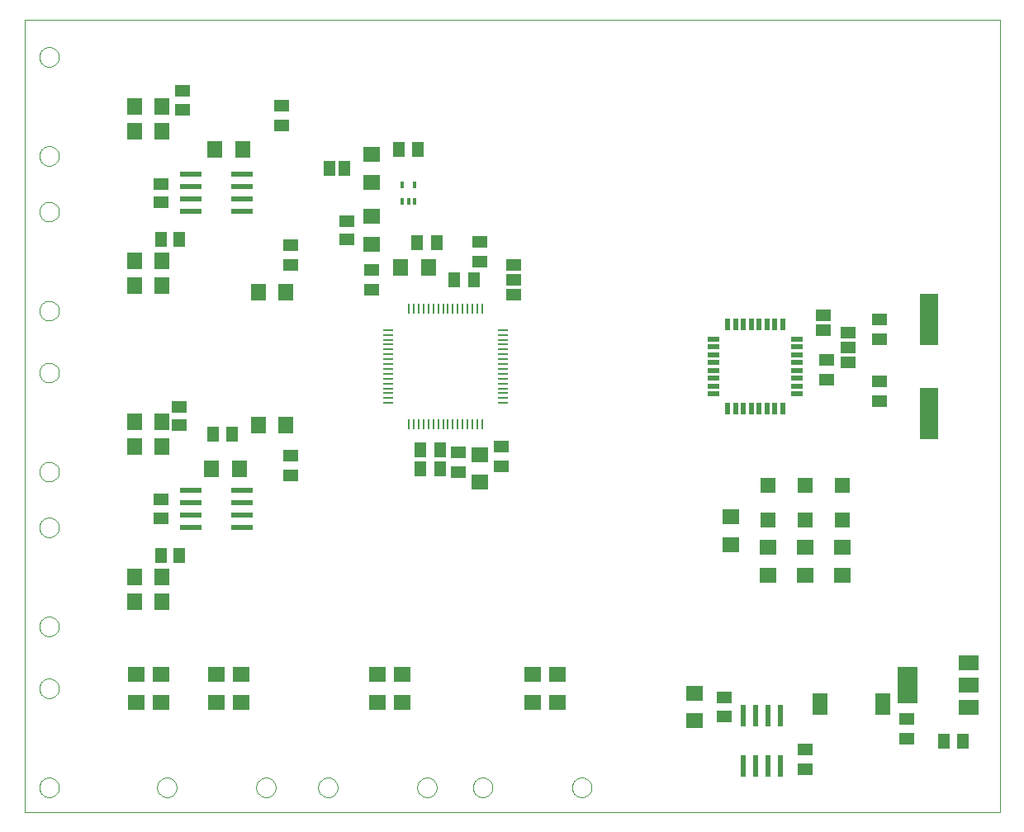
<source format=gtp>
G75*
G70*
%OFA0B0*%
%FSLAX24Y24*%
%IPPOS*%
%LPD*%
%AMOC8*
5,1,8,0,0,1.08239X$1,22.5*
%
%ADD10C,0.0000*%
%ADD11R,0.0394X0.0087*%
%ADD12R,0.0087X0.0394*%
%ADD13R,0.0512X0.0630*%
%ADD14R,0.0709X0.0630*%
%ADD15R,0.0630X0.0512*%
%ADD16R,0.0630X0.0710*%
%ADD17R,0.0236X0.0866*%
%ADD18R,0.0787X0.0591*%
%ADD19R,0.0787X0.1496*%
%ADD20R,0.0138X0.0315*%
%ADD21R,0.0710X0.0630*%
%ADD22R,0.0512X0.0591*%
%ADD23R,0.0500X0.0220*%
%ADD24R,0.0220X0.0500*%
%ADD25R,0.0760X0.2100*%
%ADD26R,0.0630X0.0460*%
%ADD27R,0.0591X0.0591*%
%ADD28R,0.0630X0.0866*%
%ADD29R,0.0591X0.0512*%
%ADD30R,0.0866X0.0236*%
%ADD31R,0.0460X0.0630*%
D10*
X010361Y010361D02*
X010361Y042357D01*
X049731Y042357D01*
X049731Y010361D01*
X010361Y010361D01*
X010967Y011361D02*
X010969Y011400D01*
X010975Y011439D01*
X010985Y011477D01*
X010998Y011514D01*
X011015Y011549D01*
X011035Y011583D01*
X011059Y011614D01*
X011086Y011643D01*
X011115Y011669D01*
X011147Y011692D01*
X011181Y011712D01*
X011217Y011728D01*
X011254Y011740D01*
X011293Y011749D01*
X011332Y011754D01*
X011371Y011755D01*
X011410Y011752D01*
X011449Y011745D01*
X011486Y011734D01*
X011523Y011720D01*
X011558Y011702D01*
X011591Y011681D01*
X011622Y011656D01*
X011650Y011629D01*
X011675Y011599D01*
X011697Y011566D01*
X011716Y011532D01*
X011731Y011496D01*
X011743Y011458D01*
X011751Y011420D01*
X011755Y011381D01*
X011755Y011341D01*
X011751Y011302D01*
X011743Y011264D01*
X011731Y011226D01*
X011716Y011190D01*
X011697Y011156D01*
X011675Y011123D01*
X011650Y011093D01*
X011622Y011066D01*
X011591Y011041D01*
X011558Y011020D01*
X011523Y011002D01*
X011486Y010988D01*
X011449Y010977D01*
X011410Y010970D01*
X011371Y010967D01*
X011332Y010968D01*
X011293Y010973D01*
X011254Y010982D01*
X011217Y010994D01*
X011181Y011010D01*
X011147Y011030D01*
X011115Y011053D01*
X011086Y011079D01*
X011059Y011108D01*
X011035Y011139D01*
X011015Y011173D01*
X010998Y011208D01*
X010985Y011245D01*
X010975Y011283D01*
X010969Y011322D01*
X010967Y011361D01*
X010967Y015361D02*
X010969Y015400D01*
X010975Y015439D01*
X010985Y015477D01*
X010998Y015514D01*
X011015Y015549D01*
X011035Y015583D01*
X011059Y015614D01*
X011086Y015643D01*
X011115Y015669D01*
X011147Y015692D01*
X011181Y015712D01*
X011217Y015728D01*
X011254Y015740D01*
X011293Y015749D01*
X011332Y015754D01*
X011371Y015755D01*
X011410Y015752D01*
X011449Y015745D01*
X011486Y015734D01*
X011523Y015720D01*
X011558Y015702D01*
X011591Y015681D01*
X011622Y015656D01*
X011650Y015629D01*
X011675Y015599D01*
X011697Y015566D01*
X011716Y015532D01*
X011731Y015496D01*
X011743Y015458D01*
X011751Y015420D01*
X011755Y015381D01*
X011755Y015341D01*
X011751Y015302D01*
X011743Y015264D01*
X011731Y015226D01*
X011716Y015190D01*
X011697Y015156D01*
X011675Y015123D01*
X011650Y015093D01*
X011622Y015066D01*
X011591Y015041D01*
X011558Y015020D01*
X011523Y015002D01*
X011486Y014988D01*
X011449Y014977D01*
X011410Y014970D01*
X011371Y014967D01*
X011332Y014968D01*
X011293Y014973D01*
X011254Y014982D01*
X011217Y014994D01*
X011181Y015010D01*
X011147Y015030D01*
X011115Y015053D01*
X011086Y015079D01*
X011059Y015108D01*
X011035Y015139D01*
X011015Y015173D01*
X010998Y015208D01*
X010985Y015245D01*
X010975Y015283D01*
X010969Y015322D01*
X010967Y015361D01*
X010967Y017861D02*
X010969Y017900D01*
X010975Y017939D01*
X010985Y017977D01*
X010998Y018014D01*
X011015Y018049D01*
X011035Y018083D01*
X011059Y018114D01*
X011086Y018143D01*
X011115Y018169D01*
X011147Y018192D01*
X011181Y018212D01*
X011217Y018228D01*
X011254Y018240D01*
X011293Y018249D01*
X011332Y018254D01*
X011371Y018255D01*
X011410Y018252D01*
X011449Y018245D01*
X011486Y018234D01*
X011523Y018220D01*
X011558Y018202D01*
X011591Y018181D01*
X011622Y018156D01*
X011650Y018129D01*
X011675Y018099D01*
X011697Y018066D01*
X011716Y018032D01*
X011731Y017996D01*
X011743Y017958D01*
X011751Y017920D01*
X011755Y017881D01*
X011755Y017841D01*
X011751Y017802D01*
X011743Y017764D01*
X011731Y017726D01*
X011716Y017690D01*
X011697Y017656D01*
X011675Y017623D01*
X011650Y017593D01*
X011622Y017566D01*
X011591Y017541D01*
X011558Y017520D01*
X011523Y017502D01*
X011486Y017488D01*
X011449Y017477D01*
X011410Y017470D01*
X011371Y017467D01*
X011332Y017468D01*
X011293Y017473D01*
X011254Y017482D01*
X011217Y017494D01*
X011181Y017510D01*
X011147Y017530D01*
X011115Y017553D01*
X011086Y017579D01*
X011059Y017608D01*
X011035Y017639D01*
X011015Y017673D01*
X010998Y017708D01*
X010985Y017745D01*
X010975Y017783D01*
X010969Y017822D01*
X010967Y017861D01*
X010967Y021861D02*
X010969Y021900D01*
X010975Y021939D01*
X010985Y021977D01*
X010998Y022014D01*
X011015Y022049D01*
X011035Y022083D01*
X011059Y022114D01*
X011086Y022143D01*
X011115Y022169D01*
X011147Y022192D01*
X011181Y022212D01*
X011217Y022228D01*
X011254Y022240D01*
X011293Y022249D01*
X011332Y022254D01*
X011371Y022255D01*
X011410Y022252D01*
X011449Y022245D01*
X011486Y022234D01*
X011523Y022220D01*
X011558Y022202D01*
X011591Y022181D01*
X011622Y022156D01*
X011650Y022129D01*
X011675Y022099D01*
X011697Y022066D01*
X011716Y022032D01*
X011731Y021996D01*
X011743Y021958D01*
X011751Y021920D01*
X011755Y021881D01*
X011755Y021841D01*
X011751Y021802D01*
X011743Y021764D01*
X011731Y021726D01*
X011716Y021690D01*
X011697Y021656D01*
X011675Y021623D01*
X011650Y021593D01*
X011622Y021566D01*
X011591Y021541D01*
X011558Y021520D01*
X011523Y021502D01*
X011486Y021488D01*
X011449Y021477D01*
X011410Y021470D01*
X011371Y021467D01*
X011332Y021468D01*
X011293Y021473D01*
X011254Y021482D01*
X011217Y021494D01*
X011181Y021510D01*
X011147Y021530D01*
X011115Y021553D01*
X011086Y021579D01*
X011059Y021608D01*
X011035Y021639D01*
X011015Y021673D01*
X010998Y021708D01*
X010985Y021745D01*
X010975Y021783D01*
X010969Y021822D01*
X010967Y021861D01*
X010967Y024111D02*
X010969Y024150D01*
X010975Y024189D01*
X010985Y024227D01*
X010998Y024264D01*
X011015Y024299D01*
X011035Y024333D01*
X011059Y024364D01*
X011086Y024393D01*
X011115Y024419D01*
X011147Y024442D01*
X011181Y024462D01*
X011217Y024478D01*
X011254Y024490D01*
X011293Y024499D01*
X011332Y024504D01*
X011371Y024505D01*
X011410Y024502D01*
X011449Y024495D01*
X011486Y024484D01*
X011523Y024470D01*
X011558Y024452D01*
X011591Y024431D01*
X011622Y024406D01*
X011650Y024379D01*
X011675Y024349D01*
X011697Y024316D01*
X011716Y024282D01*
X011731Y024246D01*
X011743Y024208D01*
X011751Y024170D01*
X011755Y024131D01*
X011755Y024091D01*
X011751Y024052D01*
X011743Y024014D01*
X011731Y023976D01*
X011716Y023940D01*
X011697Y023906D01*
X011675Y023873D01*
X011650Y023843D01*
X011622Y023816D01*
X011591Y023791D01*
X011558Y023770D01*
X011523Y023752D01*
X011486Y023738D01*
X011449Y023727D01*
X011410Y023720D01*
X011371Y023717D01*
X011332Y023718D01*
X011293Y023723D01*
X011254Y023732D01*
X011217Y023744D01*
X011181Y023760D01*
X011147Y023780D01*
X011115Y023803D01*
X011086Y023829D01*
X011059Y023858D01*
X011035Y023889D01*
X011015Y023923D01*
X010998Y023958D01*
X010985Y023995D01*
X010975Y024033D01*
X010969Y024072D01*
X010967Y024111D01*
X010967Y028111D02*
X010969Y028150D01*
X010975Y028189D01*
X010985Y028227D01*
X010998Y028264D01*
X011015Y028299D01*
X011035Y028333D01*
X011059Y028364D01*
X011086Y028393D01*
X011115Y028419D01*
X011147Y028442D01*
X011181Y028462D01*
X011217Y028478D01*
X011254Y028490D01*
X011293Y028499D01*
X011332Y028504D01*
X011371Y028505D01*
X011410Y028502D01*
X011449Y028495D01*
X011486Y028484D01*
X011523Y028470D01*
X011558Y028452D01*
X011591Y028431D01*
X011622Y028406D01*
X011650Y028379D01*
X011675Y028349D01*
X011697Y028316D01*
X011716Y028282D01*
X011731Y028246D01*
X011743Y028208D01*
X011751Y028170D01*
X011755Y028131D01*
X011755Y028091D01*
X011751Y028052D01*
X011743Y028014D01*
X011731Y027976D01*
X011716Y027940D01*
X011697Y027906D01*
X011675Y027873D01*
X011650Y027843D01*
X011622Y027816D01*
X011591Y027791D01*
X011558Y027770D01*
X011523Y027752D01*
X011486Y027738D01*
X011449Y027727D01*
X011410Y027720D01*
X011371Y027717D01*
X011332Y027718D01*
X011293Y027723D01*
X011254Y027732D01*
X011217Y027744D01*
X011181Y027760D01*
X011147Y027780D01*
X011115Y027803D01*
X011086Y027829D01*
X011059Y027858D01*
X011035Y027889D01*
X011015Y027923D01*
X010998Y027958D01*
X010985Y027995D01*
X010975Y028033D01*
X010969Y028072D01*
X010967Y028111D01*
X010967Y030611D02*
X010969Y030650D01*
X010975Y030689D01*
X010985Y030727D01*
X010998Y030764D01*
X011015Y030799D01*
X011035Y030833D01*
X011059Y030864D01*
X011086Y030893D01*
X011115Y030919D01*
X011147Y030942D01*
X011181Y030962D01*
X011217Y030978D01*
X011254Y030990D01*
X011293Y030999D01*
X011332Y031004D01*
X011371Y031005D01*
X011410Y031002D01*
X011449Y030995D01*
X011486Y030984D01*
X011523Y030970D01*
X011558Y030952D01*
X011591Y030931D01*
X011622Y030906D01*
X011650Y030879D01*
X011675Y030849D01*
X011697Y030816D01*
X011716Y030782D01*
X011731Y030746D01*
X011743Y030708D01*
X011751Y030670D01*
X011755Y030631D01*
X011755Y030591D01*
X011751Y030552D01*
X011743Y030514D01*
X011731Y030476D01*
X011716Y030440D01*
X011697Y030406D01*
X011675Y030373D01*
X011650Y030343D01*
X011622Y030316D01*
X011591Y030291D01*
X011558Y030270D01*
X011523Y030252D01*
X011486Y030238D01*
X011449Y030227D01*
X011410Y030220D01*
X011371Y030217D01*
X011332Y030218D01*
X011293Y030223D01*
X011254Y030232D01*
X011217Y030244D01*
X011181Y030260D01*
X011147Y030280D01*
X011115Y030303D01*
X011086Y030329D01*
X011059Y030358D01*
X011035Y030389D01*
X011015Y030423D01*
X010998Y030458D01*
X010985Y030495D01*
X010975Y030533D01*
X010969Y030572D01*
X010967Y030611D01*
X010967Y034611D02*
X010969Y034650D01*
X010975Y034689D01*
X010985Y034727D01*
X010998Y034764D01*
X011015Y034799D01*
X011035Y034833D01*
X011059Y034864D01*
X011086Y034893D01*
X011115Y034919D01*
X011147Y034942D01*
X011181Y034962D01*
X011217Y034978D01*
X011254Y034990D01*
X011293Y034999D01*
X011332Y035004D01*
X011371Y035005D01*
X011410Y035002D01*
X011449Y034995D01*
X011486Y034984D01*
X011523Y034970D01*
X011558Y034952D01*
X011591Y034931D01*
X011622Y034906D01*
X011650Y034879D01*
X011675Y034849D01*
X011697Y034816D01*
X011716Y034782D01*
X011731Y034746D01*
X011743Y034708D01*
X011751Y034670D01*
X011755Y034631D01*
X011755Y034591D01*
X011751Y034552D01*
X011743Y034514D01*
X011731Y034476D01*
X011716Y034440D01*
X011697Y034406D01*
X011675Y034373D01*
X011650Y034343D01*
X011622Y034316D01*
X011591Y034291D01*
X011558Y034270D01*
X011523Y034252D01*
X011486Y034238D01*
X011449Y034227D01*
X011410Y034220D01*
X011371Y034217D01*
X011332Y034218D01*
X011293Y034223D01*
X011254Y034232D01*
X011217Y034244D01*
X011181Y034260D01*
X011147Y034280D01*
X011115Y034303D01*
X011086Y034329D01*
X011059Y034358D01*
X011035Y034389D01*
X011015Y034423D01*
X010998Y034458D01*
X010985Y034495D01*
X010975Y034533D01*
X010969Y034572D01*
X010967Y034611D01*
X010967Y036861D02*
X010969Y036900D01*
X010975Y036939D01*
X010985Y036977D01*
X010998Y037014D01*
X011015Y037049D01*
X011035Y037083D01*
X011059Y037114D01*
X011086Y037143D01*
X011115Y037169D01*
X011147Y037192D01*
X011181Y037212D01*
X011217Y037228D01*
X011254Y037240D01*
X011293Y037249D01*
X011332Y037254D01*
X011371Y037255D01*
X011410Y037252D01*
X011449Y037245D01*
X011486Y037234D01*
X011523Y037220D01*
X011558Y037202D01*
X011591Y037181D01*
X011622Y037156D01*
X011650Y037129D01*
X011675Y037099D01*
X011697Y037066D01*
X011716Y037032D01*
X011731Y036996D01*
X011743Y036958D01*
X011751Y036920D01*
X011755Y036881D01*
X011755Y036841D01*
X011751Y036802D01*
X011743Y036764D01*
X011731Y036726D01*
X011716Y036690D01*
X011697Y036656D01*
X011675Y036623D01*
X011650Y036593D01*
X011622Y036566D01*
X011591Y036541D01*
X011558Y036520D01*
X011523Y036502D01*
X011486Y036488D01*
X011449Y036477D01*
X011410Y036470D01*
X011371Y036467D01*
X011332Y036468D01*
X011293Y036473D01*
X011254Y036482D01*
X011217Y036494D01*
X011181Y036510D01*
X011147Y036530D01*
X011115Y036553D01*
X011086Y036579D01*
X011059Y036608D01*
X011035Y036639D01*
X011015Y036673D01*
X010998Y036708D01*
X010985Y036745D01*
X010975Y036783D01*
X010969Y036822D01*
X010967Y036861D01*
X010967Y040861D02*
X010969Y040900D01*
X010975Y040939D01*
X010985Y040977D01*
X010998Y041014D01*
X011015Y041049D01*
X011035Y041083D01*
X011059Y041114D01*
X011086Y041143D01*
X011115Y041169D01*
X011147Y041192D01*
X011181Y041212D01*
X011217Y041228D01*
X011254Y041240D01*
X011293Y041249D01*
X011332Y041254D01*
X011371Y041255D01*
X011410Y041252D01*
X011449Y041245D01*
X011486Y041234D01*
X011523Y041220D01*
X011558Y041202D01*
X011591Y041181D01*
X011622Y041156D01*
X011650Y041129D01*
X011675Y041099D01*
X011697Y041066D01*
X011716Y041032D01*
X011731Y040996D01*
X011743Y040958D01*
X011751Y040920D01*
X011755Y040881D01*
X011755Y040841D01*
X011751Y040802D01*
X011743Y040764D01*
X011731Y040726D01*
X011716Y040690D01*
X011697Y040656D01*
X011675Y040623D01*
X011650Y040593D01*
X011622Y040566D01*
X011591Y040541D01*
X011558Y040520D01*
X011523Y040502D01*
X011486Y040488D01*
X011449Y040477D01*
X011410Y040470D01*
X011371Y040467D01*
X011332Y040468D01*
X011293Y040473D01*
X011254Y040482D01*
X011217Y040494D01*
X011181Y040510D01*
X011147Y040530D01*
X011115Y040553D01*
X011086Y040579D01*
X011059Y040608D01*
X011035Y040639D01*
X011015Y040673D01*
X010998Y040708D01*
X010985Y040745D01*
X010975Y040783D01*
X010969Y040822D01*
X010967Y040861D01*
X015717Y011361D02*
X015719Y011400D01*
X015725Y011439D01*
X015735Y011477D01*
X015748Y011514D01*
X015765Y011549D01*
X015785Y011583D01*
X015809Y011614D01*
X015836Y011643D01*
X015865Y011669D01*
X015897Y011692D01*
X015931Y011712D01*
X015967Y011728D01*
X016004Y011740D01*
X016043Y011749D01*
X016082Y011754D01*
X016121Y011755D01*
X016160Y011752D01*
X016199Y011745D01*
X016236Y011734D01*
X016273Y011720D01*
X016308Y011702D01*
X016341Y011681D01*
X016372Y011656D01*
X016400Y011629D01*
X016425Y011599D01*
X016447Y011566D01*
X016466Y011532D01*
X016481Y011496D01*
X016493Y011458D01*
X016501Y011420D01*
X016505Y011381D01*
X016505Y011341D01*
X016501Y011302D01*
X016493Y011264D01*
X016481Y011226D01*
X016466Y011190D01*
X016447Y011156D01*
X016425Y011123D01*
X016400Y011093D01*
X016372Y011066D01*
X016341Y011041D01*
X016308Y011020D01*
X016273Y011002D01*
X016236Y010988D01*
X016199Y010977D01*
X016160Y010970D01*
X016121Y010967D01*
X016082Y010968D01*
X016043Y010973D01*
X016004Y010982D01*
X015967Y010994D01*
X015931Y011010D01*
X015897Y011030D01*
X015865Y011053D01*
X015836Y011079D01*
X015809Y011108D01*
X015785Y011139D01*
X015765Y011173D01*
X015748Y011208D01*
X015735Y011245D01*
X015725Y011283D01*
X015719Y011322D01*
X015717Y011361D01*
X019717Y011361D02*
X019719Y011400D01*
X019725Y011439D01*
X019735Y011477D01*
X019748Y011514D01*
X019765Y011549D01*
X019785Y011583D01*
X019809Y011614D01*
X019836Y011643D01*
X019865Y011669D01*
X019897Y011692D01*
X019931Y011712D01*
X019967Y011728D01*
X020004Y011740D01*
X020043Y011749D01*
X020082Y011754D01*
X020121Y011755D01*
X020160Y011752D01*
X020199Y011745D01*
X020236Y011734D01*
X020273Y011720D01*
X020308Y011702D01*
X020341Y011681D01*
X020372Y011656D01*
X020400Y011629D01*
X020425Y011599D01*
X020447Y011566D01*
X020466Y011532D01*
X020481Y011496D01*
X020493Y011458D01*
X020501Y011420D01*
X020505Y011381D01*
X020505Y011341D01*
X020501Y011302D01*
X020493Y011264D01*
X020481Y011226D01*
X020466Y011190D01*
X020447Y011156D01*
X020425Y011123D01*
X020400Y011093D01*
X020372Y011066D01*
X020341Y011041D01*
X020308Y011020D01*
X020273Y011002D01*
X020236Y010988D01*
X020199Y010977D01*
X020160Y010970D01*
X020121Y010967D01*
X020082Y010968D01*
X020043Y010973D01*
X020004Y010982D01*
X019967Y010994D01*
X019931Y011010D01*
X019897Y011030D01*
X019865Y011053D01*
X019836Y011079D01*
X019809Y011108D01*
X019785Y011139D01*
X019765Y011173D01*
X019748Y011208D01*
X019735Y011245D01*
X019725Y011283D01*
X019719Y011322D01*
X019717Y011361D01*
X022217Y011361D02*
X022219Y011400D01*
X022225Y011439D01*
X022235Y011477D01*
X022248Y011514D01*
X022265Y011549D01*
X022285Y011583D01*
X022309Y011614D01*
X022336Y011643D01*
X022365Y011669D01*
X022397Y011692D01*
X022431Y011712D01*
X022467Y011728D01*
X022504Y011740D01*
X022543Y011749D01*
X022582Y011754D01*
X022621Y011755D01*
X022660Y011752D01*
X022699Y011745D01*
X022736Y011734D01*
X022773Y011720D01*
X022808Y011702D01*
X022841Y011681D01*
X022872Y011656D01*
X022900Y011629D01*
X022925Y011599D01*
X022947Y011566D01*
X022966Y011532D01*
X022981Y011496D01*
X022993Y011458D01*
X023001Y011420D01*
X023005Y011381D01*
X023005Y011341D01*
X023001Y011302D01*
X022993Y011264D01*
X022981Y011226D01*
X022966Y011190D01*
X022947Y011156D01*
X022925Y011123D01*
X022900Y011093D01*
X022872Y011066D01*
X022841Y011041D01*
X022808Y011020D01*
X022773Y011002D01*
X022736Y010988D01*
X022699Y010977D01*
X022660Y010970D01*
X022621Y010967D01*
X022582Y010968D01*
X022543Y010973D01*
X022504Y010982D01*
X022467Y010994D01*
X022431Y011010D01*
X022397Y011030D01*
X022365Y011053D01*
X022336Y011079D01*
X022309Y011108D01*
X022285Y011139D01*
X022265Y011173D01*
X022248Y011208D01*
X022235Y011245D01*
X022225Y011283D01*
X022219Y011322D01*
X022217Y011361D01*
X026217Y011361D02*
X026219Y011400D01*
X026225Y011439D01*
X026235Y011477D01*
X026248Y011514D01*
X026265Y011549D01*
X026285Y011583D01*
X026309Y011614D01*
X026336Y011643D01*
X026365Y011669D01*
X026397Y011692D01*
X026431Y011712D01*
X026467Y011728D01*
X026504Y011740D01*
X026543Y011749D01*
X026582Y011754D01*
X026621Y011755D01*
X026660Y011752D01*
X026699Y011745D01*
X026736Y011734D01*
X026773Y011720D01*
X026808Y011702D01*
X026841Y011681D01*
X026872Y011656D01*
X026900Y011629D01*
X026925Y011599D01*
X026947Y011566D01*
X026966Y011532D01*
X026981Y011496D01*
X026993Y011458D01*
X027001Y011420D01*
X027005Y011381D01*
X027005Y011341D01*
X027001Y011302D01*
X026993Y011264D01*
X026981Y011226D01*
X026966Y011190D01*
X026947Y011156D01*
X026925Y011123D01*
X026900Y011093D01*
X026872Y011066D01*
X026841Y011041D01*
X026808Y011020D01*
X026773Y011002D01*
X026736Y010988D01*
X026699Y010977D01*
X026660Y010970D01*
X026621Y010967D01*
X026582Y010968D01*
X026543Y010973D01*
X026504Y010982D01*
X026467Y010994D01*
X026431Y011010D01*
X026397Y011030D01*
X026365Y011053D01*
X026336Y011079D01*
X026309Y011108D01*
X026285Y011139D01*
X026265Y011173D01*
X026248Y011208D01*
X026235Y011245D01*
X026225Y011283D01*
X026219Y011322D01*
X026217Y011361D01*
X028467Y011361D02*
X028469Y011400D01*
X028475Y011439D01*
X028485Y011477D01*
X028498Y011514D01*
X028515Y011549D01*
X028535Y011583D01*
X028559Y011614D01*
X028586Y011643D01*
X028615Y011669D01*
X028647Y011692D01*
X028681Y011712D01*
X028717Y011728D01*
X028754Y011740D01*
X028793Y011749D01*
X028832Y011754D01*
X028871Y011755D01*
X028910Y011752D01*
X028949Y011745D01*
X028986Y011734D01*
X029023Y011720D01*
X029058Y011702D01*
X029091Y011681D01*
X029122Y011656D01*
X029150Y011629D01*
X029175Y011599D01*
X029197Y011566D01*
X029216Y011532D01*
X029231Y011496D01*
X029243Y011458D01*
X029251Y011420D01*
X029255Y011381D01*
X029255Y011341D01*
X029251Y011302D01*
X029243Y011264D01*
X029231Y011226D01*
X029216Y011190D01*
X029197Y011156D01*
X029175Y011123D01*
X029150Y011093D01*
X029122Y011066D01*
X029091Y011041D01*
X029058Y011020D01*
X029023Y011002D01*
X028986Y010988D01*
X028949Y010977D01*
X028910Y010970D01*
X028871Y010967D01*
X028832Y010968D01*
X028793Y010973D01*
X028754Y010982D01*
X028717Y010994D01*
X028681Y011010D01*
X028647Y011030D01*
X028615Y011053D01*
X028586Y011079D01*
X028559Y011108D01*
X028535Y011139D01*
X028515Y011173D01*
X028498Y011208D01*
X028485Y011245D01*
X028475Y011283D01*
X028469Y011322D01*
X028467Y011361D01*
X032467Y011361D02*
X032469Y011400D01*
X032475Y011439D01*
X032485Y011477D01*
X032498Y011514D01*
X032515Y011549D01*
X032535Y011583D01*
X032559Y011614D01*
X032586Y011643D01*
X032615Y011669D01*
X032647Y011692D01*
X032681Y011712D01*
X032717Y011728D01*
X032754Y011740D01*
X032793Y011749D01*
X032832Y011754D01*
X032871Y011755D01*
X032910Y011752D01*
X032949Y011745D01*
X032986Y011734D01*
X033023Y011720D01*
X033058Y011702D01*
X033091Y011681D01*
X033122Y011656D01*
X033150Y011629D01*
X033175Y011599D01*
X033197Y011566D01*
X033216Y011532D01*
X033231Y011496D01*
X033243Y011458D01*
X033251Y011420D01*
X033255Y011381D01*
X033255Y011341D01*
X033251Y011302D01*
X033243Y011264D01*
X033231Y011226D01*
X033216Y011190D01*
X033197Y011156D01*
X033175Y011123D01*
X033150Y011093D01*
X033122Y011066D01*
X033091Y011041D01*
X033058Y011020D01*
X033023Y011002D01*
X032986Y010988D01*
X032949Y010977D01*
X032910Y010970D01*
X032871Y010967D01*
X032832Y010968D01*
X032793Y010973D01*
X032754Y010982D01*
X032717Y010994D01*
X032681Y011010D01*
X032647Y011030D01*
X032615Y011053D01*
X032586Y011079D01*
X032559Y011108D01*
X032535Y011139D01*
X032515Y011173D01*
X032498Y011208D01*
X032485Y011245D01*
X032475Y011283D01*
X032469Y011322D01*
X032467Y011361D01*
D11*
X029684Y026885D03*
X029684Y027081D03*
X029684Y027278D03*
X029684Y027475D03*
X029684Y027672D03*
X029684Y027869D03*
X029684Y028066D03*
X029684Y028263D03*
X029684Y028459D03*
X029684Y028656D03*
X029684Y028853D03*
X029684Y029050D03*
X029684Y029247D03*
X029684Y029444D03*
X029684Y029640D03*
X029684Y029837D03*
X025038Y029837D03*
X025038Y029640D03*
X025038Y029444D03*
X025038Y029247D03*
X025038Y029050D03*
X025038Y028853D03*
X025038Y028656D03*
X025038Y028459D03*
X025038Y028263D03*
X025038Y028066D03*
X025038Y027869D03*
X025038Y027672D03*
X025038Y027475D03*
X025038Y027278D03*
X025038Y027081D03*
X025038Y026885D03*
D12*
X025885Y026038D03*
X026081Y026038D03*
X026278Y026038D03*
X026475Y026038D03*
X026672Y026038D03*
X026869Y026038D03*
X027066Y026038D03*
X027263Y026038D03*
X027459Y026038D03*
X027656Y026038D03*
X027853Y026038D03*
X028050Y026038D03*
X028247Y026038D03*
X028444Y026038D03*
X028640Y026038D03*
X028837Y026038D03*
X028837Y030684D03*
X028640Y030684D03*
X028444Y030684D03*
X028247Y030684D03*
X028050Y030684D03*
X027853Y030684D03*
X027656Y030684D03*
X027459Y030684D03*
X027263Y030684D03*
X027066Y030684D03*
X026869Y030684D03*
X026672Y030684D03*
X026475Y030684D03*
X026278Y030684D03*
X026081Y030684D03*
X025885Y030684D03*
D13*
X027717Y031861D03*
X028505Y031861D03*
X027005Y033361D03*
X026217Y033361D03*
X018755Y025611D03*
X017967Y025611D03*
X026342Y024986D03*
X026342Y024236D03*
X027130Y024236D03*
X027130Y024986D03*
X047467Y013236D03*
X048255Y013236D03*
D14*
X037423Y014060D03*
X037423Y015162D03*
X028736Y023685D03*
X028736Y024787D03*
D15*
X027861Y024880D03*
X027861Y024092D03*
X029611Y024342D03*
X029611Y025130D03*
X024361Y031467D03*
X024361Y032255D03*
X021111Y032467D03*
X021111Y033255D03*
X020736Y038092D03*
X020736Y038880D03*
X028736Y033380D03*
X028736Y032592D03*
X021111Y024755D03*
X021111Y023967D03*
X038611Y015005D03*
X038611Y014217D03*
X041861Y012880D03*
X041861Y012092D03*
X045986Y013342D03*
X045986Y014130D03*
X044861Y026967D03*
X044861Y027755D03*
X044861Y029467D03*
X044861Y030255D03*
X042736Y028630D03*
X042736Y027842D03*
D16*
X026671Y032361D03*
X025551Y032361D03*
X020921Y031361D03*
X019801Y031361D03*
X015921Y031611D03*
X015921Y032611D03*
X014801Y032611D03*
X014801Y031611D03*
X014801Y026111D03*
X014801Y025111D03*
X015921Y025111D03*
X015921Y026111D03*
X017926Y024236D03*
X019046Y024236D03*
X019801Y025986D03*
X020921Y025986D03*
X015921Y019861D03*
X015921Y018861D03*
X014801Y018861D03*
X014801Y019861D03*
X018051Y037111D03*
X019171Y037111D03*
X015921Y037861D03*
X014801Y037861D03*
X014801Y038861D03*
X015921Y038861D03*
D17*
X039361Y014260D03*
X039861Y014260D03*
X040361Y014260D03*
X040861Y014260D03*
X040861Y012212D03*
X040361Y012212D03*
X039861Y012212D03*
X039361Y012212D03*
D18*
X048476Y014580D03*
X048476Y015486D03*
X048476Y016391D03*
D19*
X045996Y015486D03*
D20*
X026117Y035026D03*
X025861Y035026D03*
X025605Y035026D03*
X025605Y035696D03*
X026117Y035696D03*
D21*
X024361Y035801D03*
X024361Y036921D03*
X024361Y034421D03*
X024361Y033301D03*
X038861Y022296D03*
X038861Y021176D03*
X040361Y021046D03*
X040361Y019926D03*
X041861Y019926D03*
X041861Y021046D03*
X043361Y021046D03*
X043361Y019926D03*
X031861Y015921D03*
X030861Y015921D03*
X030861Y014801D03*
X031861Y014801D03*
X025611Y014801D03*
X024611Y014801D03*
X024611Y015921D03*
X025611Y015921D03*
X019111Y015921D03*
X018111Y015921D03*
X018111Y014801D03*
X019111Y014801D03*
X015861Y014801D03*
X014861Y014801D03*
X014861Y015921D03*
X015861Y015921D03*
D22*
X015862Y020736D03*
X016610Y020736D03*
X016610Y033486D03*
X015862Y033486D03*
X025487Y037111D03*
X026235Y037111D03*
D23*
X038171Y029463D03*
X038171Y029148D03*
X038171Y028833D03*
X038171Y028518D03*
X038171Y028203D03*
X038171Y027889D03*
X038171Y027574D03*
X038171Y027259D03*
X041551Y027259D03*
X041551Y027574D03*
X041551Y027889D03*
X041551Y028203D03*
X041551Y028518D03*
X041551Y028833D03*
X041551Y029148D03*
X041551Y029463D03*
D24*
X040963Y030051D03*
X040648Y030051D03*
X040333Y030051D03*
X040018Y030051D03*
X039703Y030051D03*
X039389Y030051D03*
X039074Y030051D03*
X038759Y030051D03*
X038759Y026671D03*
X039074Y026671D03*
X039389Y026671D03*
X039703Y026671D03*
X040018Y026671D03*
X040333Y026671D03*
X040648Y026671D03*
X040963Y026671D03*
D25*
X046861Y026461D03*
X046861Y030261D03*
D26*
X043611Y029711D03*
X043611Y029111D03*
X043611Y028511D03*
X042611Y029811D03*
X042611Y030411D03*
X030111Y031261D03*
X030111Y031861D03*
X030111Y032461D03*
D27*
X040361Y023550D03*
X040361Y022172D03*
X041861Y022172D03*
X041861Y023550D03*
X043361Y023550D03*
X043361Y022172D03*
D28*
X042476Y014736D03*
X044996Y014736D03*
D29*
X023361Y033487D03*
X023361Y034235D03*
X016736Y038737D03*
X016736Y039485D03*
X015861Y035735D03*
X015861Y034987D03*
X016611Y026735D03*
X016611Y025987D03*
X015861Y022985D03*
X015861Y022237D03*
D30*
X017087Y022361D03*
X017087Y022861D03*
X017087Y023361D03*
X017087Y021861D03*
X019135Y021861D03*
X019135Y022361D03*
X019135Y022861D03*
X019135Y023361D03*
X019135Y034611D03*
X019135Y035111D03*
X019135Y035611D03*
X019135Y036111D03*
X017087Y036111D03*
X017087Y035611D03*
X017087Y035111D03*
X017087Y034611D03*
D31*
X022686Y036361D03*
X023286Y036361D03*
M02*

</source>
